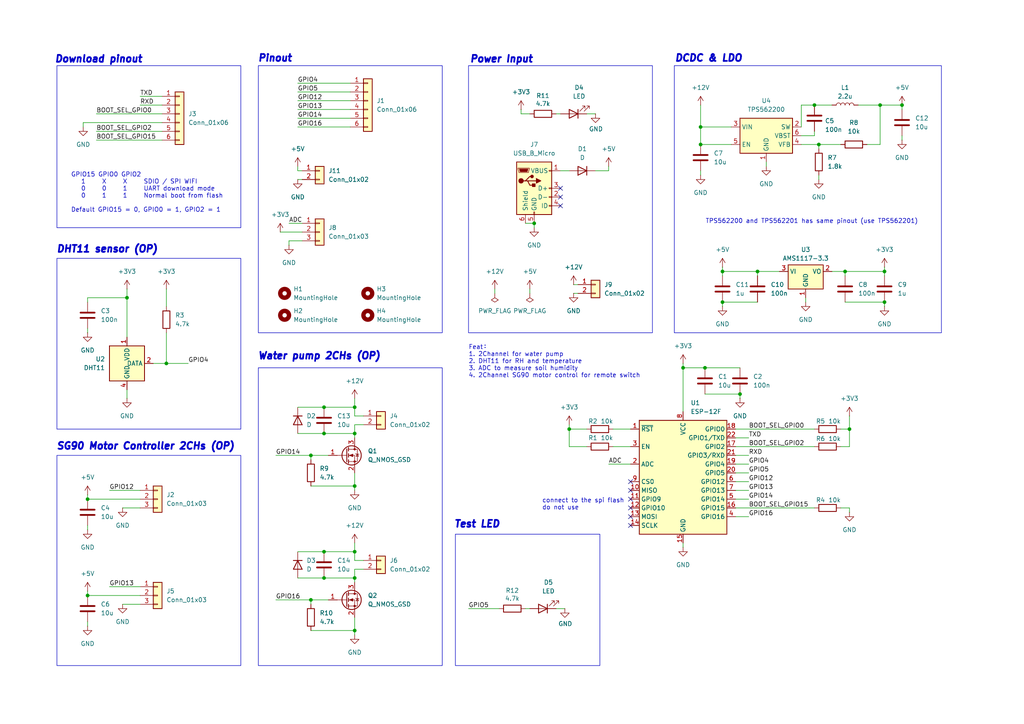
<source format=kicad_sch>
(kicad_sch (version 20231120) (generator "eeschema") (generator_version "8.0")
  (paper "A4")
  (title_block (title "Garden guard") (date "2024-07-11") (rev "V1.0"))
  (lib_symbols
    (symbol "Connector_Generic:Conn_01x02" (pin_names (offset 1.016) hide)
      (property "Reference" "J" (at 0 2.54 0))
      (property "Value" "Conn_01x02" (at 0 -5.08 0))
      (symbol "Conn_01x02_1_1"
        (pin passive line (at -5.08 0 0) (length 3.81) (name "Pin_1") (number "1"))
        (pin passive line (at -5.08 -2.54 0) (length 3.81) (name "Pin_2") (number "2"))
      )
    )
    (symbol "Connector_Generic:Conn_01x03" (pin_names (offset 1.016) hide)
      (property "Reference" "J" (at 0 5.08 0))
      (property "Value" "Conn_01x03" (at 0 -5.08 0))
      (symbol "Conn_01x03_1_1"
        (pin passive line (at -5.08 2.54 0) (length 3.81) (name "Pin_1") (number "1"))
        (pin passive line (at -5.08 0 0) (length 3.81) (name "Pin_2") (number "2"))
        (pin passive line (at -5.08 -2.54 0) (length 3.81) (name "Pin_3") (number "3"))
      )
    )
    (symbol "Connector_Generic:Conn_01x06" (pin_names (offset 1.016) hide)
      (property "Reference" "J" (at 0 7.62 0))
      (property "Value" "Conn_01x06" (at 0 -10.16 0))
      (symbol "Conn_01x06_1_1"
        (pin passive line (at -5.08 5.08 0) (length 3.81) (name "Pin_1") (number "1"))
        (pin passive line (at -5.08 2.54 0) (length 3.81) (name "Pin_2") (number "2"))
        (pin passive line (at -5.08 0 0) (length 3.81) (name "Pin_3") (number "3"))
        (pin passive line (at -5.08 -2.54 0) (length 3.81) (name "Pin_4") (number "4"))
        (pin passive line (at -5.08 -5.08 0) (length 3.81) (name "Pin_5") (number "5"))
        (pin passive line (at -5.08 -7.62 0) (length 3.81) (name "Pin_6") (number "6"))
      )
    )
    (symbol "Device:C" (pin_numbers hide) (pin_names (offset 0.254))
      (property "Reference" "C" (at 0.635 2.54 0))
      (property "Value" "C" (at 0.635 -2.54 0))
      (symbol "C_1_1"
        (pin passive line (at 0 3.81 270) (length 2.794) (name "~") (number "1"))
        (pin passive line (at 0 -3.81 90) (length 2.794) (name "~") (number "2"))
      )
    )
    (symbol "Device:D" (pin_numbers hide) (pin_names (offset 1.016) hide)
      (property "Reference" "D" (at 0 2.54 0))
      (property "Value" "D" (at 0 -2.54 0))
      (symbol "D_1_1"
        (pin passive line (at -3.81 0 0) (length 2.54) (name "K") (number "1"))
        (pin passive line (at 3.81 0 180) (length 2.54) (name "A") (number "2"))
      )
    )
    (symbol "Device:L" (pin_numbers hide) (pin_names (offset 1.016) hide)
      (property "Reference" "L" (at -1.27 0 90))
      (property "Value" "L" (at 1.905 0 90))
      (symbol "L_1_1"
        (pin passive line (at 0 3.81 270) (length 1.27) (name "1") (number "1"))
        (pin passive line (at 0 -3.81 90) (length 1.27) (name "2") (number "2"))
      )
    )
    (symbol "Device:LED" (pin_numbers hide) (pin_names (offset 1.016) hide)
      (property "Reference" "D" (at 0 2.54 0))
      (property "Value" "LED" (at 0 -2.54 0))
      (symbol "LED_1_1"
        (pin passive line (at -3.81 0 0) (length 2.54) (name "K") (number "1"))
        (pin passive line (at 3.81 0 180) (length 2.54) (name "A") (number "2"))
      )
    )
    (symbol "Device:Q_NMOS_GSD" (pin_names (offset 0) hide)
      (property "Reference" "Q" (at 5.08 1.27 0))
      (property "Value" "Q_NMOS_GSD" (at 5.08 -1.27 0))
      (symbol "Q_NMOS_GSD_1_1"
        (pin input line (at -5.08 0 0) (length 2.54) (name "G") (number "1"))
        (pin passive line (at 2.54 -5.08 90) (length 2.54) (name "S") (number "2"))
        (pin passive line (at 2.54 5.08 270) (length 2.54) (name "D") (number "3"))
      )
    )
    (symbol "Device:R" (pin_numbers hide) (pin_names (offset 0))
      (property "Reference" "R" (at 2.032 0 90))
      (property "Value" "R" (at 0 0 90))
      (symbol "R_1_1"
        (pin passive line (at 0 3.81 270) (length 1.27) (name "~") (number "1"))
        (pin passive line (at 0 -3.81 90) (length 1.27) (name "~") (number "2"))
      )
    )
    (symbol "Mechanical:MountingHole" (pin_names (offset 1.016)) (exclude_from_sim yes) (in_bom no)
      (property "Reference" "H" (at 0 5.08 0))
      (property "Value" "MountingHole" (at 0 3.175 0))
    )
    (symbol "RF_Module:ESP-12F"
      (property "Reference" "U" (at -12.7 19.05 0))
      (property "Value" "ESP-12F" (at 12.7 19.05 0))
      (symbol "ESP-12F_1_1"
        (pin input line (at -15.24 15.24 0) (length 2.54) (name "~{RST}") (number "1"))
        (pin bidirectional line (at -15.24 -2.54 0) (length 2.54) (name "MISO") (number "10"))
        (pin bidirectional line (at -15.24 -5.08 0) (length 2.54) (name "GPIO9") (number "11"))
        (pin bidirectional line (at -15.24 -7.62 0) (length 2.54) (name "GPIO10") (number "12"))
        (pin bidirectional line (at -15.24 -10.16 0) (length 2.54) (name "MOSI") (number "13"))
        (pin bidirectional line (at -15.24 -12.7 0) (length 2.54) (name "SCLK") (number "14"))
        (pin power_in line (at 0 -17.78 90) (length 2.54) (name "GND") (number "15"))
        (pin bidirectional line (at 15.24 -7.62 180) (length 2.54) (name "GPIO15") (number "16"))
        (pin bidirectional line (at 15.24 10.16 180) (length 2.54) (name "GPIO2") (number "17"))
        (pin bidirectional line (at 15.24 15.24 180) (length 2.54) (name "GPIO0") (number "18"))
        (pin bidirectional line (at 15.24 5.08 180) (length 2.54) (name "GPIO4") (number "19"))
        (pin input line (at -15.24 5.08 0) (length 2.54) (name "ADC") (number "2"))
        (pin bidirectional line (at 15.24 2.54 180) (length 2.54) (name "GPIO5") (number "20"))
        (pin bidirectional line (at 15.24 7.62 180) (length 2.54) (name "GPIO3/RXD") (number "21"))
        (pin bidirectional line (at 15.24 12.7 180) (length 2.54) (name "GPIO1/TXD") (number "22"))
        (pin input line (at -15.24 10.16 0) (length 2.54) (name "EN") (number "3"))
        (pin bidirectional line (at 15.24 -10.16 180) (length 2.54) (name "GPIO16") (number "4"))
        (pin bidirectional line (at 15.24 -5.08 180) (length 2.54) (name "GPIO14") (number "5"))
        (pin bidirectional line (at 15.24 0 180) (length 2.54) (name "GPIO12") (number "6"))
        (pin bidirectional line (at 15.24 -2.54 180) (length 2.54) (name "GPIO13") (number "7"))
        (pin power_in line (at 0 20.32 270) (length 2.54) (name "VCC") (number "8"))
        (pin input line (at -15.24 0 0) (length 2.54) (name "CS0") (number "9"))
      )
    )
    (symbol "Regulator_Linear:AMS1117-3.3"
      (property "Reference" "U" (at -3.81 3.175 0))
      (property "Value" "AMS1117-3.3" (at 0 3.175 0))
      (symbol "AMS1117-3.3_1_1"
        (pin power_in line (at 0 -7.62 90) (length 2.54) (name "GND") (number "1"))
        (pin power_out line (at 7.62 0 180) (length 2.54) (name "VO") (number "2"))
        (pin power_in line (at -7.62 0 0) (length 2.54) (name "VI") (number "3"))
      )
    )
    (symbol "Regulator_Switching:TPS562200"
      (property "Reference" "U" (at -7.62 6.35 0))
      (property "Value" "TPS562200" (at -2.54 6.35 0))
      (symbol "TPS562200_1_1"
        (pin power_in line (at 0 -7.62 90) (length 2.54) (name "GND") (number "1"))
        (pin output line (at 10.16 2.54 180) (length 2.54) (name "SW") (number "2"))
        (pin power_in line (at -10.16 2.54 0) (length 2.54) (name "VIN") (number "3"))
        (pin input line (at 10.16 -2.54 180) (length 2.54) (name "VFB") (number "4"))
        (pin input line (at -10.16 -2.54 0) (length 2.54) (name "EN") (number "5"))
        (pin passive line (at 10.16 0 180) (length 2.54) (name "VBST") (number "6"))
      )
    )
    (symbol "Sensor:DHT11"
      (property "Reference" "U" (at -3.81 6.35 0))
      (property "Value" "DHT11" (at 3.81 6.35 0))
      (symbol "DHT11_1_1"
        (pin power_in line (at 0 7.62 270) (length 2.54) (name "VDD") (number "1"))
        (pin bidirectional line (at 7.62 0 180) (length 2.54) (name "DATA") (number "2"))
        (pin no_connect line (at -5.08 0 0) (length 2.54) hide (name "NC") (number "3"))
        (pin power_in line (at 0 -7.62 90) (length 2.54) (name "GND") (number "4"))
      )
    )
    (symbol "g_connector_lib:USB_B_Micro" (pin_names (offset 1.016))
      (property "Reference" "J" (at -5.08 11.43 0))
      (property "Value" "USB_B_Micro" (at -5.08 8.89 0))
      (symbol "USB_B_Micro_1_1"
        (pin power_out line (at 7.62 5.08 180) (length 2.54) (name "VBUS") (number "1"))
        (pin bidirectional line (at 7.62 -2.54 180) (length 2.54) (name "D-") (number "2"))
        (pin bidirectional line (at 7.62 0 180) (length 2.54) (name "D+") (number "3"))
        (pin passive line (at 7.62 -5.08 180) (length 2.54) (name "ID") (number "4"))
        (pin power_out line (at 0 -10.16 90) (length 2.54) (name "GND") (number "5"))
        (pin passive line (at -2.54 -10.16 90) (length 2.54) (name "Shield") (number "6"))
      )
    )
    (symbol "power:+12V" (power) (pin_numbers hide) (pin_names (offset 0) hide)
      (property "Value" "+12V" (at 0 3.556 0))
      (symbol "+12V_1_1"
        (pin power_in line (at 0 0 90) (length 0) (name "~") (number "1"))
      )
    )
    (symbol "power:+3V3" (power) (pin_numbers hide) (pin_names (offset 0) hide)
      (property "Value" "+3V3" (at 0 3.556 0))
      (symbol "+3V3_1_1"
        (pin power_in line (at 0 0 90) (length 0) (name "~") (number "1"))
      )
    )
    (symbol "power:+5V" (power) (pin_numbers hide) (pin_names (offset 0) hide)
      (property "Value" "+5V" (at 0 3.556 0))
      (symbol "+5V_1_1"
        (pin power_in line (at 0 0 90) (length 0) (name "~") (number "1"))
      )
    )
    (symbol "power:GND" (power) (pin_numbers hide) (pin_names (offset 0) hide)
      (property "Value" "GND" (at 0 -3.81 0))
      (symbol "GND_1_1"
        (pin power_in line (at 0 0 270) (length 0) (name "~") (number "1"))
      )
    )
    (symbol "power:PWR_FLAG" (power) (pin_numbers hide) (pin_names (offset 0) hide)
      (property "Value" "PWR_FLAG" (at 0 3.81 0))
      (symbol "PWR_FLAG_0_0"
        (pin power_out line (at 0 0 90) (length 0) (name "~") (number "1"))
      )
    )
  )
  (junction (at 209.55 78.74))
  (junction (at 236.22 30.48))
  (junction (at 214.63 114.3))
  (junction (at 204.47 106.68))
  (junction (at 209.55 87.63))
  (junction (at 245.11 78.74))
  (junction (at 102.87 125.73))
  (junction (at 102.87 140.97))
  (junction (at 255.27 30.48))
  (junction (at 93.98 160.02))
  (junction (at 256.54 87.63))
  (junction (at 36.83 86.36))
  (junction (at 102.87 160.02))
  (junction (at 93.98 125.73))
  (junction (at 165.1 124.46))
  (junction (at 48.26 105.41))
  (junction (at 203.2 41.91))
  (junction (at 102.87 167.64))
  (junction (at 102.87 182.88))
  (junction (at 90.17 132.08))
  (junction (at 25.4 172.72))
  (junction (at 198.12 106.68))
  (junction (at 102.87 118.11))
  (junction (at 219.71 78.74))
  (junction (at 261.62 30.48))
  (junction (at 203.2 36.83))
  (junction (at 246.38 124.46))
  (junction (at 93.98 118.11))
  (junction (at 25.4 144.78))
  (junction (at 90.17 173.99))
  (junction (at 93.98 167.64))
  (junction (at 154.94 64.77))
  (junction (at 237.49 41.91))
  (junction (at 256.54 78.74))
  (no_connect (at 162.56 59.69))
  (no_connect (at 182.88 152.4))
  (no_connect (at 162.56 57.15))
  (no_connect (at 182.88 147.32))
  (no_connect (at 182.88 139.7))
  (no_connect (at 162.56 54.61))
  (no_connect (at 182.88 144.78))
  (no_connect (at 182.88 142.24))
  (no_connect (at 182.88 149.86))
  (wire (pts (xy 165.1 129.54) (xy 170.18 129.54)))
  (wire (pts (xy 35.56 175.26) (xy 40.64 175.26)))
  (wire (pts (xy 102.87 137.16) (xy 102.87 140.97)))
  (wire (pts (xy 93.98 118.11) (xy 102.87 118.11)))
  (wire (pts (xy 102.87 120.65) (xy 105.41 120.65)))
  (wire (pts (xy 105.41 123.19) (xy 102.87 123.19)))
  (wire (pts (xy 198.12 106.68) (xy 198.12 119.38)))
  (wire (pts (xy 245.11 87.63) (xy 256.54 87.63)))
  (wire (pts (xy 90.17 182.88) (xy 102.87 182.88)))
  (wire (pts (xy 24.13 35.56) (xy 46.99 35.56)))
  (wire (pts (xy 86.36 36.83) (xy 101.6 36.83)))
  (wire (pts (xy 213.36 129.54) (xy 236.22 129.54)))
  (wire (pts (xy 261.62 30.48) (xy 261.62 31.75)))
  (wire (pts (xy 80.01 132.08) (xy 90.17 132.08)))
  (wire (pts (xy 90.17 173.99) (xy 90.17 175.26)))
  (wire (pts (xy 251.46 41.91) (xy 255.27 41.91)))
  (wire (pts (xy 102.87 160.02) (xy 102.87 162.56)))
  (wire (pts (xy 154.94 64.77) (xy 154.94 66.04)))
  (wire (pts (xy 212.09 41.91) (xy 203.2 41.91)))
  (wire (pts (xy 213.36 142.24) (xy 217.17 142.24)))
  (wire (pts (xy 102.87 157.48) (xy 102.87 160.02)))
  (wire (pts (xy 203.2 49.53) (xy 203.2 50.8)))
  (wire (pts (xy 31.75 142.24) (xy 40.64 142.24)))
  (wire (pts (xy 236.22 30.48) (xy 241.3 30.48)))
  (wire (pts (xy 25.4 152.4) (xy 25.4 153.67)))
  (wire (pts (xy 36.83 83.82) (xy 36.83 86.36)))
  (wire (pts (xy 86.36 52.07) (xy 87.63 52.07)))
  (wire (pts (xy 135.89 176.53) (xy 144.78 176.53)))
  (wire (pts (xy 36.83 113.03) (xy 36.83 115.57)))
  (wire (pts (xy 25.4 86.36) (xy 36.83 86.36)))
  (wire (pts (xy 213.36 132.08) (xy 217.17 132.08)))
  (wire (pts (xy 256.54 77.47) (xy 256.54 78.74)))
  (wire (pts (xy 243.84 129.54) (xy 246.38 129.54)))
  (wire (pts (xy 86.36 118.11) (xy 93.98 118.11)))
  (wire (pts (xy 198.12 157.48) (xy 198.12 158.75)))
  (wire (pts (xy 102.87 165.1) (xy 102.87 167.64)))
  (wire (pts (xy 248.92 30.48) (xy 255.27 30.48)))
  (wire (pts (xy 25.4 87.63) (xy 25.4 86.36)))
  (wire (pts (xy 86.36 167.64) (xy 93.98 167.64)))
  (wire (pts (xy 219.71 78.74) (xy 226.06 78.74)))
  (wire (pts (xy 102.87 140.97) (xy 102.87 142.24)))
  (wire (pts (xy 237.49 41.91) (xy 243.84 41.91)))
  (wire (pts (xy 105.41 165.1) (xy 102.87 165.1)))
  (wire (pts (xy 48.26 105.41) (xy 54.61 105.41)))
  (wire (pts (xy 162.56 49.53) (xy 165.1 49.53)))
  (wire (pts (xy 86.36 34.29) (xy 101.6 34.29)))
  (wire (pts (xy 86.36 125.73) (xy 93.98 125.73)))
  (wire (pts (xy 90.17 173.99) (xy 95.25 173.99)))
  (wire (pts (xy 213.36 144.78) (xy 217.17 144.78)))
  (wire (pts (xy 25.4 180.34) (xy 25.4 181.61)))
  (wire (pts (xy 35.56 147.32) (xy 40.64 147.32)))
  (wire (pts (xy 213.36 137.16) (xy 217.17 137.16)))
  (wire (pts (xy 233.68 86.36) (xy 233.68 87.63)))
  (wire (pts (xy 203.2 30.48) (xy 203.2 36.83)))
  (wire (pts (xy 27.94 33.02) (xy 46.99 33.02)))
  (wire (pts (xy 102.87 123.19) (xy 102.87 125.73)))
  (wire (pts (xy 93.98 160.02) (xy 102.87 160.02)))
  (wire (pts (xy 170.18 33.02) (xy 172.72 33.02)))
  (wire (pts (xy 25.4 95.25) (xy 25.4 96.52)))
  (wire (pts (xy 176.53 134.62) (xy 182.88 134.62)))
  (wire (pts (xy 102.87 167.64) (xy 102.87 168.91)))
  (wire (pts (xy 86.36 29.21) (xy 101.6 29.21)))
  (wire (pts (xy 232.41 30.48) (xy 236.22 30.48)))
  (wire (pts (xy 48.26 96.52) (xy 48.26 105.41)))
  (wire (pts (xy 93.98 167.64) (xy 102.87 167.64)))
  (wire (pts (xy 245.11 78.74) (xy 256.54 78.74)))
  (wire (pts (xy 25.4 144.78) (xy 40.64 144.78)))
  (wire (pts (xy 166.37 85.09) (xy 167.64 85.09)))
  (wire (pts (xy 219.71 80.01) (xy 219.71 78.74)))
  (wire (pts (xy 213.36 139.7) (xy 217.17 139.7)))
  (wire (pts (xy 165.1 124.46) (xy 165.1 129.54)))
  (wire (pts (xy 27.94 40.64) (xy 46.99 40.64)))
  (wire (pts (xy 40.64 30.48) (xy 46.99 30.48)))
  (wire (pts (xy 203.2 36.83) (xy 212.09 36.83)))
  (wire (pts (xy 48.26 83.82) (xy 48.26 88.9)))
  (wire (pts (xy 232.41 39.37) (xy 236.22 39.37)))
  (wire (pts (xy 222.25 46.99) (xy 222.25 48.26)))
  (wire (pts (xy 261.62 39.37) (xy 261.62 40.64)))
  (wire (pts (xy 102.87 125.73) (xy 102.87 127)))
  (wire (pts (xy 83.82 64.77) (xy 87.63 64.77)))
  (wire (pts (xy 232.41 41.91) (xy 237.49 41.91)))
  (wire (pts (xy 213.36 147.32) (xy 236.22 147.32)))
  (wire (pts (xy 246.38 148.59) (xy 246.38 147.32)))
  (wire (pts (xy 213.36 124.46) (xy 236.22 124.46)))
  (wire (pts (xy 213.36 134.62) (xy 217.17 134.62)))
  (wire (pts (xy 172.72 49.53) (xy 176.53 49.53)))
  (wire (pts (xy 209.55 87.63) (xy 209.55 88.9)))
  (wire (pts (xy 27.94 38.1) (xy 46.99 38.1)))
  (wire (pts (xy 152.4 64.77) (xy 154.94 64.77)))
  (wire (pts (xy 90.17 132.08) (xy 95.25 132.08)))
  (wire (pts (xy 44.45 105.41) (xy 48.26 105.41)))
  (wire (pts (xy 214.63 114.3) (xy 214.63 115.57)))
  (wire (pts (xy 102.87 118.11) (xy 102.87 120.65)))
  (wire (pts (xy 90.17 132.08) (xy 90.17 133.35)))
  (wire (pts (xy 255.27 30.48) (xy 255.27 41.91)))
  (wire (pts (xy 204.47 114.3) (xy 214.63 114.3)))
  (wire (pts (xy 243.84 147.32) (xy 246.38 147.32)))
  (wire (pts (xy 166.37 82.55) (xy 167.64 82.55)))
  (wire (pts (xy 86.36 26.67) (xy 101.6 26.67)))
  (wire (pts (xy 232.41 36.83) (xy 232.41 30.48)))
  (wire (pts (xy 237.49 41.91) (xy 237.49 43.18)))
  (wire (pts (xy 177.8 124.46) (xy 182.88 124.46)))
  (wire (pts (xy 86.36 160.02) (xy 93.98 160.02)))
  (wire (pts (xy 245.11 78.74) (xy 245.11 80.01)))
  (wire (pts (xy 256.54 78.74) (xy 256.54 80.01)))
  (wire (pts (xy 165.1 124.46) (xy 170.18 124.46)))
  (wire (pts (xy 87.63 69.85) (xy 83.82 69.85)))
  (wire (pts (xy 25.4 143.51) (xy 25.4 144.78)))
  (wire (pts (xy 83.82 69.85) (xy 83.82 71.12)))
  (wire (pts (xy 204.47 106.68) (xy 198.12 106.68)))
  (wire (pts (xy 86.36 48.26) (xy 86.36 49.53)))
  (wire (pts (xy 24.13 36.83) (xy 24.13 35.56)))
  (wire (pts (xy 81.28 67.31) (xy 87.63 67.31)))
  (wire (pts (xy 143.51 83.82) (xy 143.51 85.09)))
  (wire (pts (xy 102.87 162.56) (xy 105.41 162.56)))
  (wire (pts (xy 25.4 172.72) (xy 40.64 172.72)))
  (wire (pts (xy 165.1 123.19) (xy 165.1 124.46)))
  (wire (pts (xy 255.27 30.48) (xy 261.62 30.48)))
  (wire (pts (xy 243.84 124.46) (xy 246.38 124.46)))
  (wire (pts (xy 246.38 120.65) (xy 246.38 124.46)))
  (wire (pts (xy 102.87 115.57) (xy 102.87 118.11)))
  (wire (pts (xy 102.87 182.88) (xy 102.87 184.15)))
  (wire (pts (xy 209.55 80.01) (xy 209.55 78.74)))
  (wire (pts (xy 209.55 77.47) (xy 209.55 78.74)))
  (wire (pts (xy 153.67 83.82) (xy 153.67 85.09)))
  (wire (pts (xy 209.55 87.63) (xy 219.71 87.63)))
  (wire (pts (xy 31.75 170.18) (xy 40.64 170.18)))
  (wire (pts (xy 241.3 78.74) (xy 245.11 78.74)))
  (wire (pts (xy 213.36 149.86) (xy 217.17 149.86)))
  (wire (pts (xy 86.36 49.53) (xy 87.63 49.53)))
  (wire (pts (xy 36.83 86.36) (xy 36.83 97.79)))
  (wire (pts (xy 203.2 36.83) (xy 203.2 41.91)))
  (wire (pts (xy 177.8 129.54) (xy 182.88 129.54)))
  (wire (pts (xy 25.4 171.45) (xy 25.4 172.72)))
  (wire (pts (xy 86.36 24.13) (xy 101.6 24.13)))
  (wire (pts (xy 198.12 105.41) (xy 198.12 106.68)))
  (wire (pts (xy 151.13 31.75) (xy 151.13 33.02)))
  (wire (pts (xy 151.13 33.02) (xy 153.67 33.02)))
  (wire (pts (xy 256.54 87.63) (xy 256.54 88.9)))
  (wire (pts (xy 86.36 31.75) (xy 101.6 31.75)))
  (wire (pts (xy 93.98 125.73) (xy 102.87 125.73)))
  (wire (pts (xy 246.38 124.46) (xy 246.38 129.54)))
  (wire (pts (xy 161.29 176.53) (xy 163.83 176.53)))
  (wire (pts (xy 237.49 50.8) (xy 237.49 52.07)))
  (wire (pts (xy 204.47 106.68) (xy 214.63 106.68)))
  (wire (pts (xy 213.36 127) (xy 217.17 127)))
  (wire (pts (xy 80.01 173.99) (xy 90.17 173.99)))
  (wire (pts (xy 40.64 27.94) (xy 46.99 27.94)))
  (wire (pts (xy 102.87 179.07) (xy 102.87 182.88)))
  (wire (pts (xy 161.29 33.02) (xy 162.56 33.02)))
  (wire (pts (xy 90.17 140.97) (xy 102.87 140.97)))
  (wire (pts (xy 176.53 48.26) (xy 176.53 49.53)))
  (wire (pts (xy 209.55 78.74) (xy 219.71 78.74)))
  (wire (pts (xy 152.4 176.53) (xy 153.67 176.53)))
  (wire (pts (xy 236.22 38.1) (xy 236.22 39.37)))
  (rectangle (start 74.93 106.68) (end 128.27 193.04))
  (rectangle (start 195.58 19.05) (end 273.05 96.52))
  (rectangle (start 16.51 74.93) (end 69.85 124.46))
  (rectangle (start 132.08 154.94) (end 173.99 193.04))
  (rectangle (start 16.51 19.05) (end 69.85 66.04))
  (rectangle (start 16.51 132.08) (end 69.85 193.04))
  (rectangle (start 135.89 19.05) (end 189.23 96.52))
  (rectangle (start 74.93 19.05) (end 128.27 96.52))
  (text "Test LED" (at 131.572 152.146 0) (effects (font (size 2 2) (thickness 0.6) (bold yes) (italic yes)) (justify left)))
  (text "SG90 Motor Controller 2CHs (OP)" (at 16.256 129.54 0) (effects (font (size 2 2) (thickness 0.6) (bold yes) (italic yes)) (justify left)))
  (text "Power Input" (at 136.144 17.272 0) (effects (font (size 2 2) (thickness 0.6) (bold yes) (italic yes)) (justify left)))
  (text "Download pinout" (at 15.748 17.272 0) (effects (font (size 2 2) (thickness 0.6) (bold yes) (italic yes)) (justify left)))
  (text "connect to the spi flash \ndo not use" (at 157.226 146.304 0) (effects (font (size 1.27 1.27)) (justify left)))
  (text "Water pump 2CHs (OP)" (at 74.676 103.378 0) (effects (font (size 2 2) (thickness 0.6) (bold yes) (italic yes)) (justify left)))
  (text "DHT11 sensor (OP)" (at 16.256 72.39 0) (effects (font (size 2 2) (thickness 0.6) (bold yes) (italic yes)) (justify left)))
  (text "GPIO15 GPIO0 GPIO2\n   1     X     X     SDIO / SPI WIFI\n   0     0     1     UART download mode\n   0     1     1     Normal boot from flash\n\nDefault GPIO15 = 0, GPIO0 = 1, GPIO2 = 1" (at 20.574 55.88 0) (effects (font (size 1.27 1.27)) (justify left)))
  (text "DCDC & LDO" (at 195.58 17.018 0) (effects (font (size 2 2) (thickness 0.6) (bold yes) (italic yes)) (justify left)))
  (text "TPS562200 and TPS562201 has same pinout (use TPS562201)" (at 235.458 64.262 0) (effects (font (size 1.27 1.27))))
  (text "Feat：\n1. 2Channel for water pump\n2. DHT11 for RH and temperature\n3. ADC to measure soil humidity\n4. 2Channel SG90 motor control for remote switch" (at 135.89 104.902 0) (effects (font (size 1.27 1.27)) (justify left)))
  (text "Pinout" (at 74.676 17.018 0) (effects (font (size 2 2) (thickness 0.6) (bold yes) (italic yes)) (justify left)))
  (label "ADC" (at 83.82 64.77 0))
  (label "GPIO12" (at 86.36 29.21 0))
  (label "GPIO4" (at 54.61 105.41 0))
  (label "RXD" (at 217.17 132.08 0))
  (label "GPIO14" (at 86.36 34.29 0))
  (label "BOOT_SEL_GPIO2" (at 27.94 38.1 0))
  (label "GPIO16" (at 86.36 36.83 0))
  (label "RXD" (at 40.64 30.48 0))
  (label "GPIO5" (at 86.36 26.67 0))
  (label "BOOT_SEL_GPIO15" (at 27.94 40.64 0))
  (label "GPIO13" (at 86.36 31.75 0))
  (label "GPIO14" (at 80.01 132.08 0))
  (label "BOOT_SEL_GPIO0" (at 27.94 33.02 0))
  (label "GPIO5" (at 217.17 137.16 0))
  (label "GPIO14" (at 217.17 144.78 0))
  (label "GPIO4" (at 86.36 24.13 0))
  (label "GPIO13" (at 217.17 142.24 0))
  (label "GPIO4" (at 217.17 134.62 0))
  (label "GPIO5" (at 135.89 176.53 0))
  (label "GPIO13" (at 31.75 170.18 0))
  (label "GPIO12" (at 31.75 142.24 0))
  (label "TXD" (at 40.64 27.94 0))
  (label "TXD" (at 217.17 127 0))
  (label "GPIO16" (at 80.01 173.99 0))
  (label "BOOT_SEL_GPIO15" (at 217.17 147.32 0))
  (label "BOOT_SEL_GPIO0" (at 217.17 124.46 0))
  (label "GPIO16" (at 217.17 149.86 0))
  (label "BOOT_SEL_GPIO2" (at 217.17 129.54 0))
  (label "ADC" (at 176.53 134.62 0))
  (label "GPIO12" (at 217.17 139.7 0))
  (symbol (lib_id "Device:R") (at 240.03 124.46 90) (unit 1)
    (property "Reference" "R5" (at 237.998 122.174 90))
    (property "Value" "10k" (at 242.062 122.174 90))
    (property "Footprint" "Resistor_SMD:R_0603_1608Metric" (effects (hide yes)))
    (property "Description" "Resistor" (effects (hide yes)))
  )
  (symbol (lib_id "power:PWR_FLAG") (at 143.51 85.09 180) (unit 1)
    (property "Reference" "#FLG01" (effects (hide yes)))
    (property "Value" "PWR_FLAG" (at 143.51 90.17 0))
    (property "Description" "Special symbol for telling ERC where power comes from" (effects (hide yes)))
  )
  (symbol (lib_id "power:GND") (at 35.56 147.32 0) (unit 1)
    (property "Reference" "#PWR012" (effects (hide yes)))
    (property "Value" "GND" (at 35.56 152.4 0))
    (property "Description" "Power symbol creates a global label with name \"GND\" , ground" (effects (hide yes)))
  )
  (symbol (lib_id "power:+5V") (at 209.55 77.47 0) (unit 1)
    (property "Reference" "#PWR024" (effects (hide yes)))
    (property "Value" "+5V" (at 209.55 72.39 0))
    (property "Description" "Power symbol creates a global label with name \"+5V\"" (effects (hide yes)))
  )
  (symbol (lib_id "Regulator_Linear:AMS1117-3.3") (at 233.68 78.74 0) (unit 1)
    (property "Reference" "U3" (at 233.68 72.39 0))
    (property "Value" "AMS1117-3.3" (at 233.68 74.93 0))
    (property "Footprint" "Package_TO_SOT_SMD:SOT-223-3_TabPin2" (effects (hide yes)))
    (property "Datasheet" "http://www.advanced-monolithic.com/pdf/ds1117.pdf" (effects (hide yes)))
    (property "Description" "1A Low Dropout regulator, positive, 3.3V fixed output, SOT-223" (effects (hide yes)))
  )
  (symbol (lib_id "Device:C") (at 25.4 91.44 0) (unit 1)
    (property "Reference" "C3" (at 29.21 90.1699 0) (effects (justify left)))
    (property "Value" "100n" (at 29.21 92.7099 0) (effects (justify left)))
    (property "Footprint" "Capacitor_SMD:C_0603_1608Metric" (effects (hide yes)))
    (property "Description" "Unpolarized capacitor" (effects (hide yes)))
  )
  (symbol (lib_id "power:+12V") (at 203.2 30.48 0) (unit 1)
    (property "Reference" "#PWR015" (effects (hide yes)))
    (property "Value" "+12V" (at 203.2 25.4 0))
    (property "Description" "Power symbol creates a global label with name \"+12V\"" (effects (hide yes)))
  )
  (symbol (lib_id "Device:LED") (at 166.37 33.02 180) (unit 1)
    (property "Reference" "D4" (at 167.9575 25.4 0))
    (property "Value" "LED" (at 167.9575 27.94 0))
    (property "Footprint" "LED_SMD:LED_0603_1608Metric" (effects (hide yes)))
  )
  (symbol (lib_id "Connector_Generic:Conn_01x02") (at 110.49 120.65 0) (unit 1)
    (property "Reference" "J4" (at 113.03 120.6499 0) (effects (justify left)))
    (property "Value" "Conn_01x02" (at 113.03 123.1899 0) (effects (justify left)))
    (property "Footprint" "Connector_PinHeader_2.54mm:PinHeader_1x02_P2.54mm_Vertical" (effects (hide yes)))
    (property "Description" "Generic connector, single row, 01x02, script generated (kicad-library-utils/schlib/autogen/connector/)" (effects (hide yes)))
  )
  (symbol (lib_id "Device:R") (at 90.17 137.16 0) (unit 1)
    (property "Reference" "R9" (at 92.71 135.8899 0) (effects (justify left)))
    (property "Value" "4.7k" (at 92.71 138.4299 0) (effects (justify left)))
    (property "Footprint" "Resistor_SMD:R_0603_1608Metric" (effects (hide yes)))
    (property "Description" "Resistor" (effects (hide yes)))
  )
  (symbol (lib_id "power:+12V") (at 166.37 82.55 0) (unit 1)
    (property "Reference" "#PWR037" (effects (hide yes)))
    (property "Value" "+12V" (at 166.37 77.47 0))
    (property "Description" "Power symbol creates a global label with name \"+12V\"" (effects (hide yes)))
  )
  (symbol (lib_id "Device:D") (at 86.36 121.92 270) (unit 1)
    (property "Reference" "D2" (at 88.9 120.6499 90) (effects (justify left)))
    (property "Value" "D" (at 88.9 123.1899 90) (effects (justify left)))
    (property "Footprint" "Diode_SMD:D_SOD-323" (effects (hide yes)))
    (property "Description" "Diode" (effects (hide yes)))
    (property "Sim.Device" "D" (effects (hide yes)))
    (property "Sim.Pins" "1=K 2=A" (effects (hide yes)))
  )
  (symbol (lib_id "Device:Q_NMOS_GSD") (at 100.33 173.99 0) (unit 1)
    (property "Reference" "Q2" (at 106.68 172.72 0) (effects (justify left)))
    (property "Value" "Q_NMOS_GSD" (at 106.68 175.26 0) (effects (justify left)))
    (property "Footprint" "Package_TO_SOT_SMD:SOT-23" (effects (hide yes)))
  )
  (symbol (lib_id "Device:R") (at 247.65 41.91 270) (unit 1)
    (property "Reference" "R8" (at 247.65 35.56 90))
    (property "Value" "10k" (at 247.65 38.1 90))
    (property "Footprint" "Resistor_SMD:R_0603_1608Metric" (effects (hide yes)))
    (property "Description" "Resistor" (effects (hide yes)))
  )
  (symbol (lib_id "power:GND") (at 203.2 50.8 0) (unit 1)
    (property "Reference" "#PWR023" (effects (hide yes)))
    (property "Value" "GND" (at 203.2 55.88 0))
    (property "Description" "Power symbol creates a global label with name \"GND\" , ground" (effects (hide yes)))
  )
  (symbol (lib_id "Device:C") (at 219.71 83.82 0) (unit 1)
    (property "Reference" "C10" (at 223.52 82.5499 0) (effects (justify left)))
    (property "Value" "100n" (at 223.52 85.0899 0) (effects (justify left)))
    (property "Footprint" "Capacitor_SMD:C_0603_1608Metric" (effects (hide yes)))
    (property "Description" "Unpolarized capacitor" (effects (hide yes)))
  )
  (symbol (lib_id "power:GND") (at 209.55 88.9 0) (unit 1)
    (property "Reference" "#PWR028" (effects (hide yes)))
    (property "Value" "GND" (at 209.55 93.98 0))
    (property "Description" "Power symbol creates a global label with name \"GND\" , ground" (effects (hide yes)))
  )
  (symbol (lib_id "power:GND") (at 214.63 115.57 0) (unit 1)
    (property "Reference" "#PWR03" (effects (hide yes)))
    (property "Value" "GND" (at 214.63 120.65 0))
    (property "Description" "Power symbol creates a global label with name \"GND\" , ground" (effects (hide yes)))
  )
  (symbol (lib_id "Connector_Generic:Conn_01x06") (at 52.07 33.02 0) (unit 1)
    (property "Reference" "J3" (at 54.61 33.0199 0) (effects (justify left)))
    (property "Value" "Conn_01x06" (at 54.61 35.5599 0) (effects (justify left)))
    (property "Footprint" "Connector_PinHeader_2.54mm:PinHeader_1x06_P2.54mm_Vertical" (effects (hide yes)))
    (property "Description" "Generic connector, single row, 01x06, script generated (kicad-library-utils/schlib/autogen/connector/)" (effects (hide yes)))
  )
  (symbol (lib_id "Device:R") (at 173.99 129.54 90) (unit 1)
    (property "Reference" "R1" (at 171.958 127 90))
    (property "Value" "10k" (at 176.022 127 90))
    (property "Footprint" "Resistor_SMD:R_0603_1608Metric" (effects (hide yes)))
    (property "Description" "Resistor" (effects (hide yes)))
  )
  (symbol (lib_id "power:GND") (at 261.62 40.64 0) (unit 1)
    (property "Reference" "#PWR031" (effects (hide yes)))
    (property "Value" "GND" (at 261.62 45.72 0))
    (property "Description" "Power symbol creates a global label with name \"GND\" , ground" (effects (hide yes)))
  )
  (symbol (lib_id "Device:Q_NMOS_GSD") (at 100.33 132.08 0) (unit 1)
    (property "Reference" "Q1" (at 106.68 130.81 0) (effects (justify left)))
    (property "Value" "Q_NMOS_GSD" (at 106.68 133.35 0) (effects (justify left)))
    (property "Footprint" "Package_TO_SOT_SMD:SOT-23" (effects (hide yes)))
  )
  (symbol (lib_id "power:GND") (at 256.54 88.9 0) (unit 1)
    (property "Reference" "#PWR027" (effects (hide yes)))
    (property "Value" "GND" (at 256.54 93.98 0))
    (property "Description" "Power symbol creates a global label with name \"GND\" , ground" (effects (hide yes)))
  )
  (symbol (lib_id "power:GND") (at 102.87 142.24 0) (unit 1)
    (property "Reference" "#PWR016" (effects (hide yes)))
    (property "Value" "GND" (at 102.87 147.32 0))
    (property "Description" "Power symbol creates a global label with name \"GND\" , ground" (effects (hide yes)))
  )
  (symbol (lib_id "Device:R") (at 148.59 176.53 270) (unit 1)
    (property "Reference" "R12" (at 148.59 171.2722 90))
    (property "Value" "4.7k" (at 148.59 173.5836 90))
    (property "Footprint" "Resistor_SMD:R_0603_1608Metric" (effects (hide yes)))
  )
  (symbol (lib_id "power:+3V3") (at 198.12 105.41 0) (unit 1)
    (property "Reference" "#PWR02" (effects (hide yes)))
    (property "Value" "+3V3" (at 198.12 100.33 0))
    (property "Description" "Power symbol creates a global label with name \"+3V3\"" (effects (hide yes)))
  )
  (symbol (lib_id "Connector_Generic:Conn_01x02") (at 172.72 82.55 0) (unit 1)
    (property "Reference" "J9" (at 175.26 82.5499 0) (effects (justify left)))
    (property "Value" "Conn_01x02" (at 175.26 85.0899 0) (effects (justify left)))
    (property "Footprint" "g_mine:XH2.54_1x02_P2.54mm_H" (effects (hide yes)))
    (property "Description" "Generic connector, single row, 01x02, script generated (kicad-library-utils/schlib/autogen/connector/)" (effects (hide yes)))
  )
  (symbol (lib_id "g_connector_lib:USB_B_Micro") (at 154.94 54.61 0) (unit 1)
    (property "Reference" "J7" (at 154.94 41.91 0))
    (property "Value" "USB_B_Micro" (at 154.94 44.45 0))
    (property "Footprint" "g_footprint:USB_Micro-B_Molex-105017-0001" (effects (hide yes)))
    (property "Description" "USB Micro Type B connector" (effects (hide yes)))
  )
  (symbol (lib_id "Connector_Generic:Conn_01x03") (at 92.71 67.31 0) (unit 1)
    (property "Reference" "J8" (at 95.25 66.0399 0) (effects (justify left)))
    (property "Value" "Conn_01x03" (at 95.25 68.5799 0) (effects (justify left)))
    (property "Footprint" "Connector_PinHeader_2.54mm:PinHeader_1x03_P2.54mm_Vertical" (effects (hide yes)))
    (property "Description" "Generic connector, single row, 01x03, script generated (kicad-library-utils/schlib/autogen/connector/)" (effects (hide yes)))
  )
  (symbol (lib_id "power:GND") (at 35.56 175.26 0) (unit 1)
    (property "Reference" "#PWR022" (effects (hide yes)))
    (property "Value" "GND" (at 35.56 180.34 0))
    (property "Description" "Power symbol creates a global label with name \"GND\" , ground" (effects (hide yes)))
  )
  (symbol (lib_id "power:GND") (at 25.4 181.61 0) (unit 1)
    (property "Reference" "#PWR019" (effects (hide yes)))
    (property "Value" "GND" (at 25.4 186.69 0))
    (property "Description" "Power symbol creates a global label with name \"GND\" , ground" (effects (hide yes)))
  )
  (symbol (lib_id "Device:C") (at 93.98 121.92 0) (unit 1)
    (property "Reference" "C13" (at 97.79 120.6499 0) (effects (justify left)))
    (property "Value" "10u" (at 97.79 123.1899 0) (effects (justify left)))
    (property "Footprint" "Capacitor_SMD:C_0805_2012Metric" (effects (hide yes)))
    (property "Description" "Unpolarized capacitor" (effects (hide yes)))
  )
  (symbol (lib_id "Connector_Generic:Conn_01x03") (at 45.72 144.78 0) (unit 1)
    (property "Reference" "J2" (at 48.26 143.5099 0) (effects (justify left)))
    (property "Value" "Conn_01x03" (at 48.26 146.0499 0) (effects (justify left)))
    (property "Footprint" "Connector_PinHeader_2.54mm:PinHeader_1x03_P2.54mm_Vertical" (effects (hide yes)))
    (property "Description" "Generic connector, single row, 01x03, script generated (kicad-library-utils/schlib/autogen/connector/)" (effects (hide yes)))
  )
  (symbol (lib_id "power:+5V") (at 25.4 171.45 0) (unit 1)
    (property "Reference" "#PWR018" (effects (hide yes)))
    (property "Value" "+5V" (at 25.4 166.37 0))
    (property "Description" "Power symbol creates a global label with name \"+5V\"" (effects (hide yes)))
  )
  (symbol (lib_id "power:GND") (at 86.36 52.07 0) (unit 1)
    (property "Reference" "#PWR046" (effects (hide yes)))
    (property "Value" "GND" (at 86.36 57.15 0))
    (property "Description" "Power symbol creates a global label with name \"GND\" , ground" (effects (hide yes)))
  )
  (symbol (lib_id "Device:R") (at 90.17 179.07 0) (unit 1)
    (property "Reference" "R10" (at 92.71 177.7999 0) (effects (justify left)))
    (property "Value" "4.7k" (at 92.71 180.3399 0) (effects (justify left)))
    (property "Footprint" "Resistor_SMD:R_0603_1608Metric" (effects (hide yes)))
    (property "Description" "Resistor" (effects (hide yes)))
  )
  (symbol (lib_id "Device:R") (at 240.03 129.54 90) (unit 1)
    (property "Reference" "R6" (at 237.998 127.254 90))
    (property "Value" "10k" (at 242.062 127.254 90))
    (property "Footprint" "Resistor_SMD:R_0603_1608Metric" (effects (hide yes)))
    (property "Description" "Resistor" (effects (hide yes)))
  )
  (symbol (lib_id "Device:C") (at 93.98 163.83 0) (unit 1)
    (property "Reference" "C14" (at 97.79 162.5599 0) (effects (justify left)))
    (property "Value" "10u" (at 97.79 165.0999 0) (effects (justify left)))
    (property "Footprint" "Capacitor_SMD:C_0805_2012Metric" (effects (hide yes)))
    (property "Description" "Unpolarized capacitor" (effects (hide yes)))
  )
  (symbol (lib_id "Device:C") (at 25.4 148.59 0) (unit 1)
    (property "Reference" "C4" (at 29.21 147.3199 0) (effects (justify left)))
    (property "Value" "10u" (at 29.21 149.8599 0) (effects (justify left)))
    (property "Footprint" "Capacitor_SMD:C_0603_1608Metric" (effects (hide yes)))
    (property "Description" "Unpolarized capacitor" (effects (hide yes)))
  )
  (symbol (lib_id "power:GND") (at 233.68 87.63 0) (unit 1)
    (property "Reference" "#PWR025" (effects (hide yes)))
    (property "Value" "GND" (at 233.68 92.71 0))
    (property "Description" "Power symbol creates a global label with name \"GND\" , ground" (effects (hide yes)))
  )
  (symbol (lib_id "power:GND") (at 25.4 153.67 0) (unit 1)
    (property "Reference" "#PWR014" (effects (hide yes)))
    (property "Value" "GND" (at 25.4 158.75 0))
    (property "Description" "Power symbol creates a global label with name \"GND\" , ground" (effects (hide yes)))
  )
  (symbol (lib_id "Device:D") (at 86.36 163.83 270) (unit 1)
    (property "Reference" "D3" (at 88.9 162.5599 90) (effects (justify left)))
    (property "Value" "D" (at 88.9 165.0999 90) (effects (justify left)))
    (property "Footprint" "Diode_SMD:D_SOD-323" (effects (hide yes)))
    (property "Description" "Diode" (effects (hide yes)))
    (property "Sim.Device" "D" (effects (hide yes)))
    (property "Sim.Pins" "1=K 2=A" (effects (hide yes)))
  )
  (symbol (lib_id "power:+3V3") (at 81.28 67.31 0) (unit 1)
    (property "Reference" "#PWR035" (effects (hide yes)))
    (property "Value" "+3V3" (at 81.28 62.23 0))
    (property "Description" "Power symbol creates a global label with name \"+3V3\"" (effects (hide yes)))
  )
  (symbol (lib_id "Device:C") (at 261.62 35.56 0) (unit 1)
    (property "Reference" "C12" (at 265.43 34.2899 0) (effects (justify left)))
    (property "Value" "10u" (at 265.43 36.8299 0) (effects (justify left)))
    (property "Footprint" "Capacitor_SMD:C_0603_1608Metric" (effects (hide yes)))
    (property "Description" "Unpolarized capacitor" (effects (hide yes)))
  )
  (symbol (lib_id "power:+3V3") (at 36.83 83.82 0) (unit 1)
    (property "Reference" "#PWR05" (effects (hide yes)))
    (property "Value" "+3V3" (at 36.83 78.74 0))
    (property "Description" "Power symbol creates a global label with name \"+3V3\"" (effects (hide yes)))
  )
  (symbol (lib_id "power:GND") (at 24.13 36.83 0) (unit 1)
    (property "Reference" "#PWR011" (effects (hide yes)))
    (property "Value" "GND" (at 24.13 41.91 0))
    (property "Description" "Power symbol creates a global label with name \"GND\" , ground" (effects (hide yes)))
  )
  (symbol (lib_id "Sensor:DHT11") (at 36.83 105.41 0) (unit 1)
    (property "Reference" "U2" (at 30.48 104.1399 0) (effects (justify right)))
    (property "Value" "DHT11" (at 30.48 106.6799 0) (effects (justify right)))
    (property "Footprint" "Sensor:Aosong_DHT11_5.5x12.0_P2.54mm" (effects (hide yes)))
    (property "Datasheet" "http://akizukidenshi.com/download/ds/aosong/DHT11.pdf" (effects (hide yes)))
    (property "Description" "3.3V to 5.5V, temperature and humidity module, DHT11" (effects (hide yes)))
  )
  (symbol (lib_id "power:GND") (at 222.25 48.26 0) (unit 1)
    (property "Reference" "#PWR013" (effects (hide yes)))
    (property "Value" "GND" (at 222.25 53.34 0))
    (property "Description" "Power symbol creates a global label with name \"GND\" , ground" (effects (hide yes)))
  )
  (symbol (lib_id "Device:C") (at 204.47 110.49 0) (unit 1)
    (property "Reference" "C1" (at 208.28 109.2199 0) (effects (justify left)))
    (property "Value" "10u" (at 208.28 111.7599 0) (effects (justify left)))
    (property "Footprint" "Capacitor_SMD:C_0603_1608Metric" (effects (hide yes)))
    (property "Description" "Unpolarized capacitor" (effects (hide yes)))
  )
  (symbol (lib_id "power:GND") (at 198.12 158.75 0) (unit 1)
    (property "Reference" "#PWR01" (effects (hide yes)))
    (property "Value" "GND" (at 198.12 163.83 0))
    (property "Description" "Power symbol creates a global label with name \"GND\" , ground" (effects (hide yes)))
  )
  (symbol (lib_id "Connector_Generic:Conn_01x06") (at 106.68 29.21 0) (unit 1)
    (property "Reference" "J1" (at 109.22 29.2099 0) (effects (justify left)))
    (property "Value" "Conn_01x06" (at 109.22 31.7499 0) (effects (justify left)))
    (property "Footprint" "Connector_PinHeader_2.54mm:PinHeader_1x06_P2.54mm_Vertical" (effects (hide yes)))
    (property "Description" "Generic connector, single row, 01x06, script generated (kicad-library-utils/schlib/autogen/connector/)" (effects (hide yes)))
  )
  (symbol (lib_id "Device:R") (at 237.49 46.99 180) (unit 1)
    (property "Reference" "R7" (at 240.03 45.7199 0) (effects (justify right)))
    (property "Value" "1.8k" (at 240.03 48.2599 0) (effects (justify right)))
    (property "Footprint" "Resistor_SMD:R_0603_1608Metric" (effects (hide yes)))
    (property "Description" "Resistor" (effects (hide yes)))
  )
  (symbol (lib_id "power:+3V3") (at 246.38 120.65 0) (unit 1)
    (property "Reference" "#PWR010" (effects (hide yes)))
    (property "Value" "+3V3" (at 246.38 115.57 0))
    (property "Description" "Power symbol creates a global label with name \"+3V3\"" (effects (hide yes)))
  )
  (symbol (lib_id "Device:C") (at 203.2 45.72 0) (unit 1)
    (property "Reference" "C7" (at 207.01 44.4499 0) (effects (justify left)))
    (property "Value" "10u" (at 207.01 46.9899 0) (effects (justify left)))
    (property "Footprint" "Capacitor_SMD:C_0805_2012Metric" (effects (hide yes)))
    (property "Description" "Unpolarized capacitor" (effects (hide yes)))
  )
  (symbol (lib_id "Device:L") (at 245.11 30.48 90) (unit 1)
    (property "Reference" "L1" (at 245.11 25.4 90))
    (property "Value" "2.2u" (at 245.11 27.94 90))
    (property "Footprint" "Inductor_SMD:L_Sunlord_SWPA3012S" (effects (hide yes)))
    (property "Description" "Inductor" (effects (hide yes)))
  )
  (symbol (lib_id "power:GND") (at 246.38 148.59 0) (unit 1)
    (property "Reference" "#PWR09" (effects (hide yes)))
    (property "Value" "GND" (at 246.38 153.67 0))
    (property "Description" "Power symbol creates a global label with name \"GND\" , ground" (effects (hide yes)))
  )
  (symbol (lib_id "power:+12V") (at 102.87 115.57 0) (unit 1)
    (property "Reference" "#PWR032" (effects (hide yes)))
    (property "Value" "+12V" (at 102.87 110.49 0))
    (property "Description" "Power symbol creates a global label with name \"+12V\"" (effects (hide yes)))
  )
  (symbol (lib_id "Connector_Generic:Conn_01x02") (at 92.71 49.53 0) (unit 1)
    (property "Reference" "J11" (at 95.25 49.5299 0) (effects (justify left)))
    (property "Value" "Conn_01x02" (at 95.25 52.0699 0) (effects (justify left)))
    (property "Footprint" "g_mine:XH2.54_1x02_P2.54mm_H" (effects (hide yes)))
    (property "Description" "Generic connector, single row, 01x02, script generated (kicad-library-utils/schlib/autogen/connector/)" (effects (hide yes)))
  )
  (symbol (lib_id "Mechanical:MountingHole") (at 106.68 91.44 0) (unit 1) (exclude_from_sim yes) (in_bom no)
    (property "Reference" "H4" (at 109.22 90.1699 0) (effects (justify left)))
    (property "Value" "MountingHole" (at 109.22 92.7099 0) (effects (justify left)))
    (property "Footprint" "MountingHole:MountingHole_2.7mm_M2.5_Pad_Via" (effects (hide yes)))
    (property "Description" "Mounting Hole without connection" (effects (hide yes)))
  )
  (symbol (lib_id "power:+5V") (at 25.4 143.51 0) (unit 1)
    (property "Reference" "#PWR017" (effects (hide yes)))
    (property "Value" "+5V" (at 25.4 138.43 0))
    (property "Description" "Power symbol creates a global label with name \"+5V\"" (effects (hide yes)))
  )
  (symbol (lib_id "Device:R") (at 240.03 147.32 90) (unit 1)
    (property "Reference" "R4" (at 237.998 145.034 90))
    (property "Value" "10k" (at 242.062 145.034 90))
    (property "Footprint" "Resistor_SMD:R_0603_1608Metric" (effects (hide yes)))
    (property "Description" "Resistor" (effects (hide yes)))
  )
  (symbol (lib_id "power:GND") (at 166.37 85.09 0) (unit 1)
    (property "Reference" "#PWR038" (effects (hide yes)))
    (property "Value" "GND" (at 166.37 90.17 0))
    (property "Description" "Power symbol creates a global label with name \"GND\" , ground" (effects (hide yes)))
  )
  (symbol (lib_id "Device:R") (at 173.99 124.46 90) (unit 1)
    (property "Reference" "R2" (at 171.958 122.174 90))
    (property "Value" "10k" (at 176.022 122.174 90))
    (property "Footprint" "Resistor_SMD:R_0603_1608Metric" (effects (hide yes)))
    (property "Description" "Resistor" (effects (hide yes)))
  )
  (symbol (lib_id "Device:C") (at 256.54 83.82 0) (unit 1)
    (property "Reference" "C9" (at 260.35 82.5499 0) (effects (justify left)))
    (property "Value" "1u" (at 260.35 85.0899 0) (effects (justify left)))
    (property "Footprint" "Capacitor_SMD:C_0603_1608Metric" (effects (hide yes)))
    (property "Description" "Unpolarized capacitor" (effects (hide yes)))
  )
  (symbol (lib_id "power:GND") (at 102.87 184.15 0) (unit 1)
    (property "Reference" "#PWR034" (effects (hide yes)))
    (property "Value" "GND" (at 102.87 189.23 0))
    (property "Description" "Power symbol creates a global label with name \"GND\" , ground" (effects (hide yes)))
  )
  (symbol (lib_id "Device:C") (at 214.63 110.49 0) (unit 1)
    (property "Reference" "C2" (at 218.44 109.2199 0) (effects (justify left)))
    (property "Value" "100n" (at 218.44 111.7599 0) (effects (justify left)))
    (property "Footprint" "Capacitor_SMD:C_0603_1608Metric" (effects (hide yes)))
    (property "Description" "Unpolarized capacitor" (effects (hide yes)))
  )
  (symbol (lib_id "power:+3V3") (at 151.13 31.75 0) (unit 1)
    (property "Reference" "#PWR040" (effects (hide yes)))
    (property "Value" "+3V3" (at 151.13 26.67 0))
    (property "Description" "Power symbol creates a global label with name \"+3V3\"" (effects (hide yes)))
  )
  (symbol (lib_id "Mechanical:MountingHole") (at 82.55 85.09 0) (unit 1) (exclude_from_sim yes) (in_bom no)
    (property "Reference" "H1" (at 85.09 83.8199 0) (effects (justify left)))
    (property "Value" "MountingHole" (at 85.09 86.3599 0) (effects (justify left)))
    (property "Footprint" "MountingHole:MountingHole_2.7mm_M2.5_Pad_Via" (effects (hide yes)))
    (property "Description" "Mounting Hole without connection" (effects (hide yes)))
  )
  (symbol (lib_id "power:GND") (at 25.4 96.52 0) (unit 1)
    (property "Reference" "#PWR07" (effects (hide yes)))
    (property "Value" "GND" (at 25.4 101.6 0))
    (property "Description" "Power symbol creates a global label with name \"GND\" , ground" (effects (hide yes)))
  )
  (symbol (lib_id "Mechanical:MountingHole") (at 82.55 91.44 0) (unit 1) (exclude_from_sim yes) (in_bom no)
    (property "Reference" "H2" (at 85.09 90.1699 0) (effects (justify left)))
    (property "Value" "MountingHole" (at 85.09 92.7099 0) (effects (justify left)))
    (property "Footprint" "MountingHole:MountingHole_2.7mm_M2.5_Pad_Via" (effects (hide yes)))
    (property "Description" "Mounting Hole without connection" (effects (hide yes)))
  )
  (symbol (lib_id "power:+12V") (at 102.87 157.48 0) (unit 1)
    (property "Reference" "#PWR033" (effects (hide yes)))
    (property "Value" "+12V" (at 102.87 152.4 0))
    (property "Description" "Power symbol creates a global label with name \"+12V\"" (effects (hide yes)))
  )
  (symbol (lib_id "power:GND") (at 172.72 33.02 0) (unit 1)
    (property "Reference" "#PWR039" (effects (hide yes)))
    (property "Value" "GND" (at 172.847 37.4142 0))
  )
  (symbol (lib_id "power:GND") (at 163.83 176.53 0) (unit 1)
    (property "Reference" "#PWR044" (effects (hide yes)))
    (property "Value" "GND" (at 163.957 180.9242 0))
  )
  (symbol (lib_id "Regulator_Switching:TPS562200") (at 222.25 39.37 0) (unit 1)
    (property "Reference" "U4" (at 222.25 29.21 0))
    (property "Value" "TPS562200" (at 222.25 31.75 0))
    (property "Footprint" "Package_TO_SOT_SMD:SOT-23-6" (effects (hide yes)))
    (property "Datasheet" "http://www.ti.com/lit/ds/symlink/tps563200.pdf" (effects (hide yes)))
    (property "Description" "2A Synchronous Step-Down Voltage Regulator, Adjustable Output Voltage, 4.5-17V Input Voltage, SOT-23-6" (effects (hide yes)))
  )
  (symbol (lib_id "Connector_Generic:Conn_01x02") (at 110.49 162.56 0) (unit 1)
    (property "Reference" "J6" (at 113.03 162.5599 0) (effects (justify left)))
    (property "Value" "Conn_01x02" (at 113.03 165.0999 0) (effects (justify left)))
    (property "Footprint" "Connector_PinHeader_2.54mm:PinHeader_1x02_P2.54mm_Vertical" (effects (hide yes)))
    (property "Description" "Generic connector, single row, 01x02, script generated (kicad-library-utils/schlib/autogen/connector/)" (effects (hide yes)))
  )
  (symbol (lib_id "Device:C") (at 209.55 83.82 0) (unit 1)
    (property "Reference" "C11" (at 213.36 82.5499 0) (effects (justify left)))
    (property "Value" "1u" (at 213.36 85.0899 0) (effects (justify left)))
    (property "Footprint" "Capacitor_SMD:C_0603_1608Metric" (effects (hide yes)))
    (property "Description" "Unpolarized capacitor" (effects (hide yes)))
  )
  (symbol (lib_id "power:GND") (at 36.83 115.57 0) (unit 1)
    (property "Reference" "#PWR06" (effects (hide yes)))
    (property "Value" "GND" (at 36.83 120.65 0))
    (property "Description" "Power symbol creates a global label with name \"GND\" , ground" (effects (hide yes)))
  )
  (symbol (lib_id "power:+5V") (at 176.53 48.26 0) (unit 1)
    (property "Reference" "#PWR030" (effects (hide yes)))
    (property "Value" "+5V" (at 176.53 43.18 0))
    (property "Description" "Power symbol creates a global label with name \"+5V\"" (effects (hide yes)))
  )
  (symbol (lib_id "power:+5V") (at 86.36 48.26 0) (unit 1)
    (property "Reference" "#PWR045" (effects (hide yes)))
    (property "Value" "+5V" (at 86.36 43.18 0))
    (property "Description" "Power symbol creates a global label with name \"+5V\"" (effects (hide yes)))
  )
  (symbol (lib_id "power:GND") (at 83.82 71.12 0) (unit 1)
    (property "Reference" "#PWR036" (effects (hide yes)))
    (property "Value" "GND" (at 83.82 76.2 0))
    (property "Description" "Power symbol creates a global label with name \"GND\" , ground" (effects (hide yes)))
  )
  (symbol (lib_id "Device:C") (at 245.11 83.82 0) (unit 1)
    (property "Reference" "C8" (at 248.92 82.5499 0) (effects (justify left)))
    (property "Value" "100n" (at 248.92 85.0899 0) (effects (justify left)))
    (property "Footprint" "Capacitor_SMD:C_0603_1608Metric" (effects (hide yes)))
    (property "Description" "Unpolarized capacitor" (effects (hide yes)))
  )
  (symbol (lib_id "power:GND") (at 237.49 52.07 0) (unit 1)
    (property "Reference" "#PWR020" (effects (hide yes)))
    (property "Value" "GND" (at 237.49 57.15 0))
    (property "Description" "Power symbol creates a global label with name \"GND\" , ground" (effects (hide yes)))
  )
  (symbol (lib_id "Device:D") (at 168.91 49.53 180) (unit 1)
    (property "Reference" "D1" (at 168.91 43.18 0))
    (property "Value" "D" (at 168.91 45.72 0))
    (property "Footprint" "Diode_SMD:D_SOD-323" (effects (hide yes)))
    (property "Description" "Diode" (effects (hide yes)))
    (property "Sim.Device" "D" (effects (hide yes)))
    (property "Sim.Pins" "1=K 2=A" (effects (hide yes)))
  )
  (symbol (lib_id "Mechanical:MountingHole") (at 106.68 85.09 0) (unit 1) (exclude_from_sim yes) (in_bom no)
    (property "Reference" "H3" (at 109.22 83.8199 0) (effects (justify left)))
    (property "Value" "MountingHole" (at 109.22 86.3599 0) (effects (justify left)))
    (property "Footprint" "MountingHole:MountingHole_2.7mm_M2.5_Pad_Via" (effects (hide yes)))
    (property "Description" "Mounting Hole without connection" (effects (hide yes)))
  )
  (symbol (lib_id "power:+3V3") (at 256.54 77.47 0) (unit 1)
    (property "Reference" "#PWR026" (effects (hide yes)))
    (property "Value" "+3V3" (at 256.54 72.39 0))
    (property "Description" "Power symbol creates a global label with name \"+3V3\"" (effects (hide yes)))
  )
  (symbol (lib_id "Device:LED") (at 157.48 176.53 180) (unit 1)
    (property "Reference" "D5" (at 159.0675 168.91 0))
    (property "Value" "LED" (at 159.0675 171.45 0))
    (property "Footprint" "LED_SMD:LED_0603_1608Metric" (effects (hide yes)))
  )
  (symbol (lib_id "Device:C") (at 236.22 34.29 0) (unit 1)
    (property "Reference" "C5" (at 239.268 35.052 0) (effects (justify left)))
    (property "Value" "100n" (at 239.268 37.592 0) (effects (justify left)))
    (property "Footprint" "Capacitor_SMD:C_0603_1608Metric" (effects (hide yes)))
    (property "Description" "Unpolarized capacitor" (effects (hide yes)))
  )
  (symbol (lib_id "Device:R") (at 157.48 33.02 270) (unit 1)
    (property "Reference" "R11" (at 157.48 27.7622 90))
    (property "Value" "4.7k" (at 157.48 30.0736 90))
    (property "Footprint" "Resistor_SMD:R_0603_1608Metric" (effects (hide yes)))
  )
  (symbol (lib_id "power:+5V") (at 153.67 83.82 0) (unit 1)
    (property "Reference" "#PWR042" (effects (hide yes)))
    (property "Value" "+5V" (at 153.67 78.74 0))
    (property "Description" "Power symbol creates a global label with name \"+5V\"" (effects (hide yes)))
  )
  (symbol (lib_id "RF_Module:ESP-12F") (at 198.12 139.7 0) (unit 1)
    (property "Reference" "U1" (at 200.3141 116.84 0) (effects (justify left)))
    (property "Value" "ESP-12F" (at 200.3141 119.38 0) (effects (justify left)))
    (property "Footprint" "RF_Module:ESP-12E" (effects (hide yes)))
    (property "Datasheet" "http://wiki.ai-thinker.com/_media/esp8266/esp8266_series_modules_user_manual_v1.1.pdf" (effects (hide yes)))
    (property "Description" "802.11 b/g/n Wi-Fi Module" (effects (hide yes)))
  )
  (symbol (lib_id "Connector_Generic:Conn_01x03") (at 45.72 172.72 0) (unit 1)
    (property "Reference" "J5" (at 48.26 171.4499 0) (effects (justify left)))
    (property "Value" "Conn_01x03" (at 48.26 173.9899 0) (effects (justify left)))
    (property "Footprint" "Connector_PinHeader_2.54mm:PinHeader_1x03_P2.54mm_Vertical" (effects (hide yes)))
    (property "Description" "Generic connector, single row, 01x03, script generated (kicad-library-utils/schlib/autogen/connector/)" (effects (hide yes)))
  )
  (symbol (lib_id "power:+5V") (at 261.62 30.48 0) (unit 1)
    (property "Reference" "#PWR021" (effects (hide yes)))
    (property "Value" "+5V" (at 261.62 25.4 0))
    (property "Description" "Power symbol creates a global label with name \"+5V\"" (effects (hide yes)))
  )
  (symbol (lib_id "power:PWR_FLAG") (at 153.67 85.09 180) (unit 1)
    (property "Reference" "#FLG02" (effects (hide yes)))
    (property "Value" "PWR_FLAG" (at 153.67 90.17 0))
    (property "Description" "Special symbol for telling ERC where power comes from" (effects (hide yes)))
  )
  (symbol (lib_id "power:+3V3") (at 48.26 83.82 0) (unit 1)
    (property "Reference" "#PWR08" (effects (hide yes)))
    (property "Value" "+3V3" (at 48.26 78.74 0))
    (property "Description" "Power symbol creates a global label with name \"+3V3\"" (effects (hide yes)))
  )
  (symbol (lib_id "power:+3V3") (at 165.1 123.19 0) (unit 1)
    (property "Reference" "#PWR04" (effects (hide yes)))
    (property "Value" "+3V3" (at 165.1 118.11 0))
    (property "Description" "Power symbol creates a global label with name \"+3V3\"" (effects (hide yes)))
  )
  (symbol (lib_id "Device:C") (at 25.4 176.53 0) (unit 1)
    (property "Reference" "C6" (at 29.21 175.2599 0) (effects (justify left)))
    (property "Value" "10u" (at 29.21 177.7999 0) (effects (justify left)))
    (property "Footprint" "Capacitor_SMD:C_0603_1608Metric" (effects (hide yes)))
    (property "Description" "Unpolarized capacitor" (effects (hide yes)))
  )
  (symbol (lib_id "Device:R") (at 48.26 92.71 0) (unit 1)
    (property "Reference" "R3" (at 50.8 91.4399 0) (effects (justify left)))
    (property "Value" "4.7k" (at 50.8 93.9799 0) (effects (justify left)))
    (property "Footprint" "Resistor_SMD:R_0603_1608Metric" (effects (hide yes)))
    (property "Description" "Resistor" (effects (hide yes)))
  )
  (symbol (lib_id "power:+12V") (at 143.51 83.82 0) (unit 1)
    (property "Reference" "#PWR041" (effects (hide yes)))
    (property "Value" "+12V" (at 143.51 78.74 0))
    (property "Description" "Power symbol creates a global label with name \"+12V\"" (effects (hide yes)))
  )
  (symbol (lib_id "power:GND") (at 154.94 66.04 0) (unit 1)
    (property "Reference" "#PWR029" (effects (hide yes)))
    (property "Value" "GND" (at 154.94 71.12 0))
    (property "Description" "Power symbol creates a global label with name \"GND\" , ground" (effects (hide yes)))
  )
)
</source>
